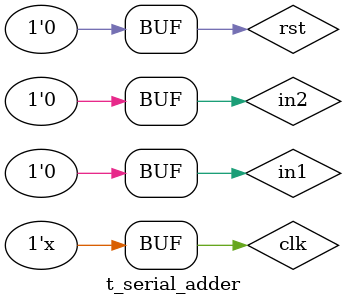
<source format=v>
`timescale 1ns / 1ps


module t_serial_adder;

	// Inputs
	reg clk;
	reg rst;
	reg in1;
	reg in2;

	// Outputs
	wire out;

	// Instantiate the Unit Under Test (UUT)
	serial_adder uut (
		.clk(clk), 
		.rst(rst), 
		.in1(in1), 
		.in2(in2), 
		.sum(out)
	);

    always 
        #1 clk = ~clk;

	initial begin
		// Initialize Inputs
		clk = 0;
		rst = 0;
		in1 = 0;
		in2 = 0;

        #10 rst = 1;
        #10 rst = 0;

        #5
        #2  in1 = 1;
            in2 = 0;
        #2  in1 = 1;
            in2 = 1;
        #2  in1 = 0;
            in2 = 0;
        #2  in1 = 1;
            in2 = 0;
        #2  in1 = 0;
            in2 = 0;
        #2  in1 = 0;
            in2 = 1;
        #2  in1 = 1;
            in2 = 1;
        #2  in1 = 1;
            in2 = 1;
        #2  in1 = 0;
            in2 = 0;

		// Wait 100 ns for global reset to finish
		#100;
        
		// Add stimulus here

	end
      
endmodule


</source>
